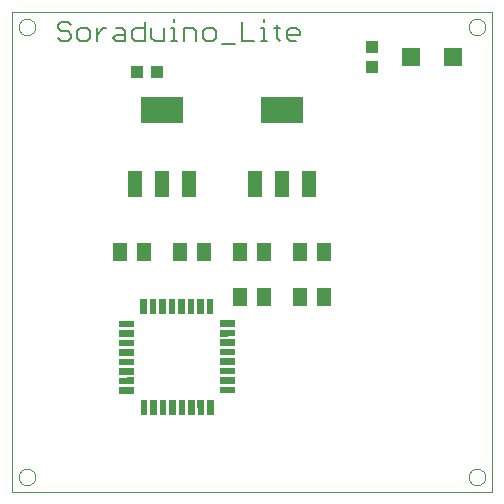
<source format=gtp>
G75*
G70*
%OFA0B0*%
%FSLAX24Y24*%
%IPPOS*%
%LPD*%
%AMOC8*
5,1,8,0,0,1.08239X$1,22.5*
%
%ADD10C,0.0000*%
%ADD11C,0.0060*%
%ADD12R,0.0500X0.0220*%
%ADD13R,0.0220X0.0500*%
%ADD14R,0.0480X0.0880*%
%ADD15R,0.1417X0.0866*%
%ADD16R,0.0512X0.0630*%
%ADD17R,0.0394X0.0433*%
%ADD18R,0.0433X0.0394*%
%ADD19R,0.0591X0.0591*%
D10*
X000417Y000150D02*
X000417Y016150D01*
X016417Y016150D01*
X016417Y000150D01*
X000417Y000150D01*
X000641Y000650D02*
X000643Y000683D01*
X000649Y000715D01*
X000658Y000746D01*
X000671Y000776D01*
X000688Y000804D01*
X000708Y000830D01*
X000731Y000854D01*
X000756Y000874D01*
X000784Y000892D01*
X000813Y000906D01*
X000844Y000916D01*
X000876Y000923D01*
X000909Y000926D01*
X000942Y000925D01*
X000974Y000920D01*
X001005Y000911D01*
X001036Y000899D01*
X001064Y000883D01*
X001091Y000864D01*
X001115Y000842D01*
X001136Y000817D01*
X001155Y000790D01*
X001170Y000761D01*
X001181Y000731D01*
X001189Y000699D01*
X001193Y000666D01*
X001193Y000634D01*
X001189Y000601D01*
X001181Y000569D01*
X001170Y000539D01*
X001155Y000510D01*
X001136Y000483D01*
X001115Y000458D01*
X001091Y000436D01*
X001064Y000417D01*
X001036Y000401D01*
X001005Y000389D01*
X000974Y000380D01*
X000942Y000375D01*
X000909Y000374D01*
X000876Y000377D01*
X000844Y000384D01*
X000813Y000394D01*
X000784Y000408D01*
X000756Y000426D01*
X000731Y000446D01*
X000708Y000470D01*
X000688Y000496D01*
X000671Y000524D01*
X000658Y000554D01*
X000649Y000585D01*
X000643Y000617D01*
X000641Y000650D01*
X015641Y000650D02*
X015643Y000683D01*
X015649Y000715D01*
X015658Y000746D01*
X015671Y000776D01*
X015688Y000804D01*
X015708Y000830D01*
X015731Y000854D01*
X015756Y000874D01*
X015784Y000892D01*
X015813Y000906D01*
X015844Y000916D01*
X015876Y000923D01*
X015909Y000926D01*
X015942Y000925D01*
X015974Y000920D01*
X016005Y000911D01*
X016036Y000899D01*
X016064Y000883D01*
X016091Y000864D01*
X016115Y000842D01*
X016136Y000817D01*
X016155Y000790D01*
X016170Y000761D01*
X016181Y000731D01*
X016189Y000699D01*
X016193Y000666D01*
X016193Y000634D01*
X016189Y000601D01*
X016181Y000569D01*
X016170Y000539D01*
X016155Y000510D01*
X016136Y000483D01*
X016115Y000458D01*
X016091Y000436D01*
X016064Y000417D01*
X016036Y000401D01*
X016005Y000389D01*
X015974Y000380D01*
X015942Y000375D01*
X015909Y000374D01*
X015876Y000377D01*
X015844Y000384D01*
X015813Y000394D01*
X015784Y000408D01*
X015756Y000426D01*
X015731Y000446D01*
X015708Y000470D01*
X015688Y000496D01*
X015671Y000524D01*
X015658Y000554D01*
X015649Y000585D01*
X015643Y000617D01*
X015641Y000650D01*
X015641Y015650D02*
X015643Y015683D01*
X015649Y015715D01*
X015658Y015746D01*
X015671Y015776D01*
X015688Y015804D01*
X015708Y015830D01*
X015731Y015854D01*
X015756Y015874D01*
X015784Y015892D01*
X015813Y015906D01*
X015844Y015916D01*
X015876Y015923D01*
X015909Y015926D01*
X015942Y015925D01*
X015974Y015920D01*
X016005Y015911D01*
X016036Y015899D01*
X016064Y015883D01*
X016091Y015864D01*
X016115Y015842D01*
X016136Y015817D01*
X016155Y015790D01*
X016170Y015761D01*
X016181Y015731D01*
X016189Y015699D01*
X016193Y015666D01*
X016193Y015634D01*
X016189Y015601D01*
X016181Y015569D01*
X016170Y015539D01*
X016155Y015510D01*
X016136Y015483D01*
X016115Y015458D01*
X016091Y015436D01*
X016064Y015417D01*
X016036Y015401D01*
X016005Y015389D01*
X015974Y015380D01*
X015942Y015375D01*
X015909Y015374D01*
X015876Y015377D01*
X015844Y015384D01*
X015813Y015394D01*
X015784Y015408D01*
X015756Y015426D01*
X015731Y015446D01*
X015708Y015470D01*
X015688Y015496D01*
X015671Y015524D01*
X015658Y015554D01*
X015649Y015585D01*
X015643Y015617D01*
X015641Y015650D01*
X000641Y015650D02*
X000643Y015683D01*
X000649Y015715D01*
X000658Y015746D01*
X000671Y015776D01*
X000688Y015804D01*
X000708Y015830D01*
X000731Y015854D01*
X000756Y015874D01*
X000784Y015892D01*
X000813Y015906D01*
X000844Y015916D01*
X000876Y015923D01*
X000909Y015926D01*
X000942Y015925D01*
X000974Y015920D01*
X001005Y015911D01*
X001036Y015899D01*
X001064Y015883D01*
X001091Y015864D01*
X001115Y015842D01*
X001136Y015817D01*
X001155Y015790D01*
X001170Y015761D01*
X001181Y015731D01*
X001189Y015699D01*
X001193Y015666D01*
X001193Y015634D01*
X001189Y015601D01*
X001181Y015569D01*
X001170Y015539D01*
X001155Y015510D01*
X001136Y015483D01*
X001115Y015458D01*
X001091Y015436D01*
X001064Y015417D01*
X001036Y015401D01*
X001005Y015389D01*
X000974Y015380D01*
X000942Y015375D01*
X000909Y015374D01*
X000876Y015377D01*
X000844Y015384D01*
X000813Y015394D01*
X000784Y015408D01*
X000756Y015426D01*
X000731Y015446D01*
X000708Y015470D01*
X000688Y015496D01*
X000671Y015524D01*
X000658Y015554D01*
X000649Y015585D01*
X000643Y015617D01*
X000641Y015650D01*
D11*
X001947Y015607D02*
X002053Y015500D01*
X002267Y015500D01*
X002374Y015394D01*
X002374Y015287D01*
X002267Y015180D01*
X002053Y015180D01*
X001947Y015287D01*
X001947Y015607D02*
X001947Y015714D01*
X002053Y015821D01*
X002267Y015821D01*
X002374Y015714D01*
X002591Y015500D02*
X002591Y015287D01*
X002698Y015180D01*
X002911Y015180D01*
X003018Y015287D01*
X003018Y015500D01*
X002911Y015607D01*
X002698Y015607D01*
X002591Y015500D01*
X003236Y015394D02*
X003449Y015607D01*
X003556Y015607D01*
X003236Y015607D02*
X003236Y015180D01*
X003773Y015287D02*
X003880Y015394D01*
X004200Y015394D01*
X004200Y015500D02*
X004200Y015180D01*
X003880Y015180D01*
X003773Y015287D01*
X003880Y015607D02*
X004093Y015607D01*
X004200Y015500D01*
X004417Y015500D02*
X004417Y015287D01*
X004524Y015180D01*
X004844Y015180D01*
X004844Y015821D01*
X004844Y015607D02*
X004524Y015607D01*
X004417Y015500D01*
X005062Y015607D02*
X005062Y015287D01*
X005169Y015180D01*
X005489Y015180D01*
X005489Y015607D01*
X005707Y015607D02*
X005813Y015607D01*
X005813Y015180D01*
X005707Y015180D02*
X005920Y015180D01*
X006136Y015180D02*
X006136Y015607D01*
X006457Y015607D01*
X006563Y015500D01*
X006563Y015180D01*
X006781Y015287D02*
X006781Y015500D01*
X006888Y015607D01*
X007101Y015607D01*
X007208Y015500D01*
X007208Y015287D01*
X007101Y015180D01*
X006888Y015180D01*
X006781Y015287D01*
X007425Y015073D02*
X007852Y015073D01*
X008070Y015180D02*
X008497Y015180D01*
X008714Y015180D02*
X008928Y015180D01*
X008821Y015180D02*
X008821Y015607D01*
X008714Y015607D01*
X008821Y015821D02*
X008821Y015927D01*
X009144Y015607D02*
X009358Y015607D01*
X009251Y015714D02*
X009251Y015287D01*
X009358Y015180D01*
X009574Y015287D02*
X009574Y015500D01*
X009681Y015607D01*
X009894Y015607D01*
X010001Y015500D01*
X010001Y015394D01*
X009574Y015394D01*
X009574Y015287D02*
X009681Y015180D01*
X009894Y015180D01*
X008070Y015180D02*
X008070Y015821D01*
X005813Y015821D02*
X005813Y015927D01*
D12*
G36*
X005862Y006589D02*
X005863Y006090D01*
X005644Y006089D01*
X005643Y006588D01*
X005862Y006589D01*
G37*
G36*
X006177Y006591D02*
X006178Y006092D01*
X005959Y006091D01*
X005958Y006590D01*
X006177Y006591D01*
G37*
G36*
X006492Y006592D02*
X006493Y006093D01*
X006274Y006092D01*
X006273Y006591D01*
X006492Y006592D01*
G37*
G36*
X006807Y006593D02*
X006808Y006094D01*
X006589Y006093D01*
X006588Y006592D01*
X006807Y006593D01*
G37*
G36*
X007122Y006594D02*
X007123Y006095D01*
X006904Y006094D01*
X006903Y006593D01*
X007122Y006594D01*
G37*
G36*
X005547Y006588D02*
X005548Y006089D01*
X005329Y006088D01*
X005328Y006587D01*
X005547Y006588D01*
G37*
G36*
X005232Y006587D02*
X005233Y006088D01*
X005014Y006087D01*
X005013Y006586D01*
X005232Y006587D01*
G37*
G36*
X004917Y006586D02*
X004918Y006087D01*
X004699Y006086D01*
X004698Y006585D01*
X004917Y006586D01*
G37*
G36*
X004929Y003206D02*
X004930Y002707D01*
X004711Y002706D01*
X004710Y003205D01*
X004929Y003206D01*
G37*
G36*
X005244Y003207D02*
X005245Y002708D01*
X005026Y002707D01*
X005025Y003206D01*
X005244Y003207D01*
G37*
G36*
X005559Y003208D02*
X005560Y002709D01*
X005341Y002708D01*
X005340Y003207D01*
X005559Y003208D01*
G37*
G36*
X005874Y003209D02*
X005875Y002710D01*
X005656Y002709D01*
X005655Y003208D01*
X005874Y003209D01*
G37*
G36*
X006189Y003211D02*
X006190Y002712D01*
X005971Y002711D01*
X005970Y003210D01*
X006189Y003211D01*
G37*
G36*
X006504Y003212D02*
X006505Y002713D01*
X006286Y002712D01*
X006285Y003211D01*
X006504Y003212D01*
G37*
G36*
X006819Y003213D02*
X006820Y002714D01*
X006601Y002713D01*
X006600Y003212D01*
X006819Y003213D01*
G37*
G36*
X007134Y003214D02*
X007135Y002715D01*
X006916Y002714D01*
X006915Y003213D01*
X007134Y003214D01*
G37*
D13*
G36*
X007860Y003664D02*
X007861Y003445D01*
X007362Y003444D01*
X007361Y003663D01*
X007860Y003664D01*
G37*
G36*
X007858Y003979D02*
X007859Y003760D01*
X007360Y003759D01*
X007359Y003978D01*
X007858Y003979D01*
G37*
G36*
X007857Y004293D02*
X007858Y004074D01*
X007359Y004073D01*
X007358Y004292D01*
X007857Y004293D01*
G37*
G36*
X007856Y004608D02*
X007857Y004389D01*
X007358Y004388D01*
X007357Y004607D01*
X007856Y004608D01*
G37*
G36*
X007855Y004923D02*
X007856Y004704D01*
X007357Y004703D01*
X007356Y004922D01*
X007855Y004923D01*
G37*
G36*
X007854Y005238D02*
X007855Y005019D01*
X007356Y005018D01*
X007355Y005237D01*
X007854Y005238D01*
G37*
G36*
X007853Y005553D02*
X007854Y005334D01*
X007355Y005333D01*
X007354Y005552D01*
X007853Y005553D01*
G37*
G36*
X007852Y005868D02*
X007853Y005649D01*
X007354Y005648D01*
X007353Y005867D01*
X007852Y005868D01*
G37*
G36*
X004472Y005856D02*
X004473Y005637D01*
X003974Y005636D01*
X003973Y005855D01*
X004472Y005856D01*
G37*
G36*
X004473Y005541D02*
X004474Y005322D01*
X003975Y005321D01*
X003974Y005540D01*
X004473Y005541D01*
G37*
G36*
X004474Y005227D02*
X004475Y005008D01*
X003976Y005007D01*
X003975Y005226D01*
X004474Y005227D01*
G37*
G36*
X004475Y004912D02*
X004476Y004693D01*
X003977Y004692D01*
X003976Y004911D01*
X004475Y004912D01*
G37*
G36*
X004476Y004597D02*
X004477Y004378D01*
X003978Y004377D01*
X003977Y004596D01*
X004476Y004597D01*
G37*
G36*
X004477Y004282D02*
X004478Y004063D01*
X003979Y004062D01*
X003978Y004281D01*
X004477Y004282D01*
G37*
G36*
X004478Y003967D02*
X004479Y003748D01*
X003980Y003747D01*
X003979Y003966D01*
X004478Y003967D01*
G37*
G36*
X004480Y003652D02*
X004481Y003433D01*
X003982Y003432D01*
X003981Y003651D01*
X004480Y003652D01*
G37*
D14*
X004507Y010430D03*
X005417Y010430D03*
X006327Y010430D03*
X008507Y010430D03*
X009417Y010430D03*
X010327Y010430D03*
D15*
X009417Y012870D03*
X005417Y012870D03*
D16*
X006023Y008150D03*
X006810Y008150D03*
X008023Y008150D03*
X008810Y008150D03*
X010023Y008150D03*
X010810Y008150D03*
X010810Y006650D03*
X010023Y006650D03*
X008810Y006650D03*
X008023Y006650D03*
X004810Y008150D03*
X004023Y008150D03*
D17*
X004582Y014150D03*
X005251Y014150D03*
D18*
X012417Y014315D03*
X012417Y014985D03*
D19*
X013728Y014650D03*
X015106Y014650D03*
M02*

</source>
